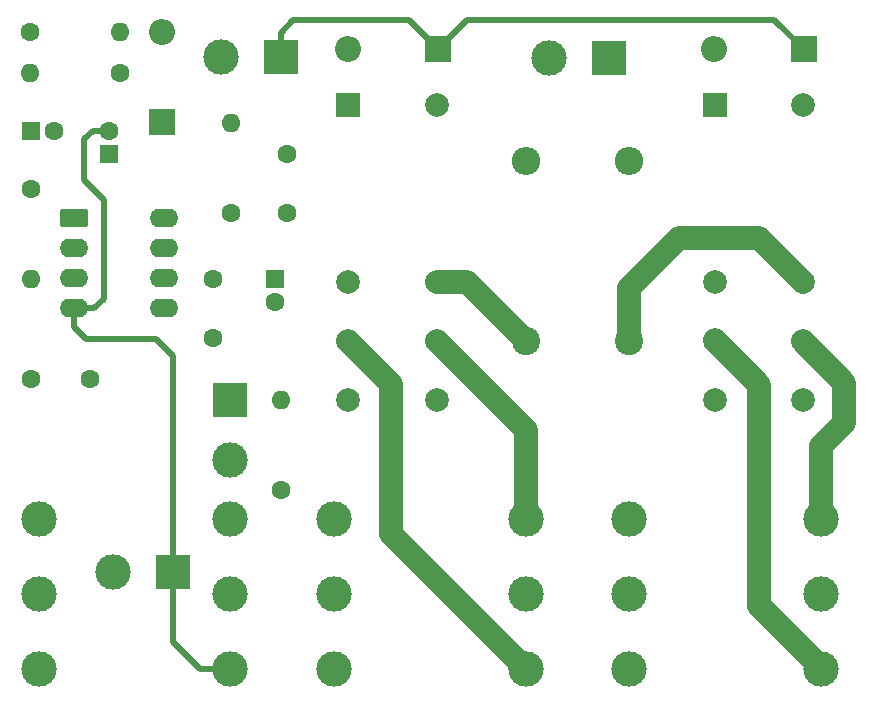
<source format=gbl>
%TF.GenerationSoftware,KiCad,Pcbnew,9.0.0+dfsg-1*%
%TF.CreationDate,2025-03-17T16:09:55+01:00*%
%TF.ProjectId,relays-array-2,72656c61-7973-42d6-9172-7261792d322e,1.0*%
%TF.SameCoordinates,Original*%
%TF.FileFunction,Copper,L2,Bot*%
%TF.FilePolarity,Positive*%
%FSLAX46Y46*%
G04 Gerber Fmt 4.6, Leading zero omitted, Abs format (unit mm)*
G04 Created by KiCad (PCBNEW 9.0.0+dfsg-1) date 2025-03-17 16:09:55*
%MOMM*%
%LPD*%
G01*
G04 APERTURE LIST*
G04 Aperture macros list*
%AMRoundRect*
0 Rectangle with rounded corners*
0 $1 Rounding radius*
0 $2 $3 $4 $5 $6 $7 $8 $9 X,Y pos of 4 corners*
0 Add a 4 corners polygon primitive as box body*
4,1,4,$2,$3,$4,$5,$6,$7,$8,$9,$2,$3,0*
0 Add four circle primitives for the rounded corners*
1,1,$1+$1,$2,$3*
1,1,$1+$1,$4,$5*
1,1,$1+$1,$6,$7*
1,1,$1+$1,$8,$9*
0 Add four rect primitives between the rounded corners*
20,1,$1+$1,$2,$3,$4,$5,0*
20,1,$1+$1,$4,$5,$6,$7,0*
20,1,$1+$1,$6,$7,$8,$9,0*
20,1,$1+$1,$8,$9,$2,$3,0*%
G04 Aperture macros list end*
%TA.AperFunction,ComponentPad*%
%ADD10R,3.000000X3.000000*%
%TD*%
%TA.AperFunction,ComponentPad*%
%ADD11C,3.000000*%
%TD*%
%TA.AperFunction,ComponentPad*%
%ADD12R,2.200000X2.200000*%
%TD*%
%TA.AperFunction,ComponentPad*%
%ADD13O,2.200000X2.200000*%
%TD*%
%TA.AperFunction,ComponentPad*%
%ADD14C,1.600000*%
%TD*%
%TA.AperFunction,ComponentPad*%
%ADD15O,1.600000X1.600000*%
%TD*%
%TA.AperFunction,ComponentPad*%
%ADD16R,1.600000X1.600000*%
%TD*%
%TA.AperFunction,ComponentPad*%
%ADD17C,2.400000*%
%TD*%
%TA.AperFunction,ComponentPad*%
%ADD18O,2.400000X2.400000*%
%TD*%
%TA.AperFunction,ComponentPad*%
%ADD19C,2.000000*%
%TD*%
%TA.AperFunction,ComponentPad*%
%ADD20R,2.000000X2.000000*%
%TD*%
%TA.AperFunction,ComponentPad*%
%ADD21RoundRect,0.250000X-0.950000X-0.550000X0.950000X-0.550000X0.950000X0.550000X-0.950000X0.550000X0*%
%TD*%
%TA.AperFunction,ComponentPad*%
%ADD22O,2.400000X1.600000*%
%TD*%
%TA.AperFunction,Conductor*%
%ADD23C,0.500000*%
%TD*%
%TA.AperFunction,Conductor*%
%ADD24C,2.000000*%
%TD*%
G04 APERTURE END LIST*
D10*
%TO.P,J16,1,Pin_1*%
%TO.N,GND*%
X50180000Y-114500000D03*
D11*
%TO.P,J16,2,Pin_2*%
%TO.N,Net-(J16-Pin_2)*%
X45100000Y-114500000D03*
%TD*%
D12*
%TO.P,D2,1,K*%
%TO.N,+12V*%
X103560000Y-70250000D03*
D13*
%TO.P,D2,2,A*%
%TO.N,Net-(D2-A)*%
X95940000Y-70250000D03*
%TD*%
D14*
%TO.P,C2,1*%
%TO.N,Net-(U1-+)*%
X38100000Y-98200000D03*
%TO.P,C2,2*%
%TO.N,Net-(J16-Pin_2)*%
X43100000Y-98200000D03*
%TD*%
%TO.P,R13,1*%
%TO.N,VCC*%
X55100000Y-84100000D03*
D15*
%TO.P,R13,2*%
%TO.N,+12V*%
X55100000Y-76480000D03*
%TD*%
D16*
%TO.P,C8,1*%
%TO.N,Net-(U1--)*%
X58800000Y-89700000D03*
D14*
%TO.P,C8,2*%
%TO.N,/SIGNAL*%
X58800000Y-91700000D03*
%TD*%
D11*
%TO.P,J2,R*%
%TO.N,unconnected-(J2-PadR)*%
X105000000Y-116350000D03*
%TO.P,J2,RN*%
%TO.N,unconnected-(J2-PadRN)*%
X88770000Y-116350000D03*
%TO.P,J2,S*%
%TO.N,Net-(J2-PadS)*%
X105000000Y-122700000D03*
%TO.P,J2,SN*%
%TO.N,unconnected-(J2-PadSN)*%
X88770000Y-122700000D03*
%TO.P,J2,T*%
%TO.N,Net-(J2-PadT)*%
X105000000Y-110000000D03*
%TO.P,J2,TN*%
%TO.N,unconnected-(J2-PadTN)*%
X88770000Y-110000000D03*
%TD*%
D16*
%TO.P,C10,1*%
%TO.N,GNDS*%
X38100000Y-77200000D03*
D14*
%TO.P,C10,2*%
%TO.N,GND*%
X40100000Y-77200000D03*
%TD*%
D12*
%TO.P,D9,1,K*%
%TO.N,+12V*%
X49200000Y-76410000D03*
D13*
%TO.P,D9,2,A*%
%TO.N,GND*%
X49200000Y-68790000D03*
%TD*%
D11*
%TO.P,J14,R*%
%TO.N,unconnected-(J14-PadR)*%
X55000000Y-116350000D03*
%TO.P,J14,RN*%
%TO.N,unconnected-(J14-PadRN)*%
X38770000Y-116350000D03*
%TO.P,J14,S*%
%TO.N,GND*%
X55000000Y-122700000D03*
%TO.P,J14,SN*%
%TO.N,unconnected-(J14-PadSN)*%
X38770000Y-122700000D03*
%TO.P,J14,T*%
%TO.N,Net-(J16-Pin_2)*%
X55000000Y-110000000D03*
%TO.P,J14,TN*%
%TO.N,unconnected-(J14-PadTN)*%
X38770000Y-110000000D03*
%TD*%
D17*
%TO.P,R2,1*%
%TO.N,Net-(JP2-B)*%
X88750000Y-95000000D03*
D18*
%TO.P,R2,2*%
%TO.N,Net-(JP2-A)*%
X88750000Y-79760000D03*
%TD*%
D19*
%TO.P,K1,11*%
%TO.N,Net-(J1-PadS)*%
X65000000Y-95000000D03*
%TO.P,K1,12*%
%TO.N,Net-(JP3-A)*%
X65000000Y-90000000D03*
%TO.P,K1,14*%
%TO.N,/SIGNAL*%
X65000000Y-100000000D03*
%TO.P,K1,21*%
%TO.N,Net-(J1-PadT)*%
X72500000Y-95000000D03*
%TO.P,K1,22*%
%TO.N,Net-(JP3-B)*%
X72500000Y-90000000D03*
%TO.P,K1,24*%
%TO.N,GND*%
X72500000Y-100000000D03*
D20*
%TO.P,K1,A1*%
%TO.N,Net-(D1-A)*%
X65000000Y-75000000D03*
D19*
%TO.P,K1,A2*%
%TO.N,+12V*%
X72500000Y-75000000D03*
%TD*%
D12*
%TO.P,D1,1,K*%
%TO.N,+12V*%
X72560000Y-70250000D03*
D13*
%TO.P,D1,2,A*%
%TO.N,Net-(D1-A)*%
X64940000Y-70250000D03*
%TD*%
D14*
%TO.P,R16,1*%
%TO.N,GNDS*%
X38100000Y-82080000D03*
D15*
%TO.P,R16,2*%
%TO.N,Net-(U1-+)*%
X38100000Y-89700000D03*
%TD*%
D11*
%TO.P,J1,R*%
%TO.N,unconnected-(J1-PadR)*%
X80000000Y-116350000D03*
%TO.P,J1,RN*%
%TO.N,unconnected-(J1-PadRN)*%
X63770000Y-116350000D03*
%TO.P,J1,S*%
%TO.N,Net-(J1-PadS)*%
X80000000Y-122700000D03*
%TO.P,J1,SN*%
%TO.N,unconnected-(J1-PadSN)*%
X63770000Y-122700000D03*
%TO.P,J1,T*%
%TO.N,Net-(J1-PadT)*%
X80000000Y-110000000D03*
%TO.P,J1,TN*%
%TO.N,unconnected-(J1-PadTN)*%
X63770000Y-110000000D03*
%TD*%
D19*
%TO.P,K2,11*%
%TO.N,Net-(J2-PadS)*%
X96000000Y-95000000D03*
%TO.P,K2,12*%
%TO.N,Net-(JP2-A)*%
X96000000Y-90000000D03*
%TO.P,K2,14*%
%TO.N,/SIGNAL*%
X96000000Y-100000000D03*
%TO.P,K2,21*%
%TO.N,Net-(J2-PadT)*%
X103500000Y-95000000D03*
%TO.P,K2,22*%
%TO.N,Net-(JP2-B)*%
X103500000Y-90000000D03*
%TO.P,K2,24*%
%TO.N,GND*%
X103500000Y-100000000D03*
D20*
%TO.P,K2,A1*%
%TO.N,Net-(D2-A)*%
X96000000Y-75000000D03*
D19*
%TO.P,K2,A2*%
%TO.N,+12V*%
X103500000Y-75000000D03*
%TD*%
D14*
%TO.P,R9,1*%
%TO.N,GND*%
X59300000Y-107600000D03*
D15*
%TO.P,R9,2*%
%TO.N,/SIGNAL*%
X59300000Y-99980000D03*
%TD*%
D14*
%TO.P,C1,1*%
%TO.N,/SIGNAL*%
X53500000Y-94700000D03*
%TO.P,C1,2*%
%TO.N,Net-(U1--)*%
X53500000Y-89700000D03*
%TD*%
D17*
%TO.P,R1,1*%
%TO.N,Net-(JP3-B)*%
X80000000Y-95000000D03*
D18*
%TO.P,R1,2*%
%TO.N,Net-(JP3-A)*%
X80000000Y-79760000D03*
%TD*%
D14*
%TO.P,R15,1*%
%TO.N,GNDS*%
X38080000Y-68800000D03*
D15*
%TO.P,R15,2*%
%TO.N,GND*%
X45700000Y-68800000D03*
%TD*%
D10*
%TO.P,J3,1,Pin_1*%
%TO.N,Net-(D2-A)*%
X87040000Y-71000000D03*
D11*
%TO.P,J3,2,Pin_2*%
%TO.N,Net-(D1-A)*%
X81960000Y-71000000D03*
%TD*%
D21*
%TO.P,U1,1,VOS*%
%TO.N,unconnected-(U1-VOS-Pad1)*%
X41790000Y-84590000D03*
D22*
%TO.P,U1,2,-*%
%TO.N,Net-(U1--)*%
X41790000Y-87130000D03*
%TO.P,U1,3,+*%
%TO.N,Net-(U1-+)*%
X41790000Y-89670000D03*
%TO.P,U1,4,V-*%
%TO.N,GND*%
X41790000Y-92210000D03*
%TO.P,U1,5,NC*%
%TO.N,unconnected-(U1-NC-Pad5)*%
X49410000Y-92210000D03*
%TO.P,U1,6*%
%TO.N,Net-(U1--)*%
X49410000Y-89670000D03*
%TO.P,U1,7,V+*%
%TO.N,VCC*%
X49410000Y-87130000D03*
%TO.P,U1,8,VOS*%
%TO.N,unconnected-(U1-VOS-Pad8)*%
X49410000Y-84590000D03*
%TD*%
D10*
%TO.P,J15,1,Pin_1*%
%TO.N,/SIGNAL*%
X55000000Y-100000000D03*
D11*
%TO.P,J15,2,Pin_2*%
%TO.N,GND*%
X55000000Y-105080000D03*
%TD*%
D14*
%TO.P,R14,1*%
%TO.N,+12V*%
X45700000Y-72300000D03*
D15*
%TO.P,R14,2*%
%TO.N,GNDS*%
X38080000Y-72300000D03*
%TD*%
D16*
%TO.P,C7,1*%
%TO.N,VCC*%
X44700000Y-79155113D03*
D14*
%TO.P,C7,2*%
%TO.N,GND*%
X44700000Y-77155113D03*
%TD*%
%TO.P,C3,1*%
%TO.N,VCC*%
X59800000Y-84100000D03*
%TO.P,C3,2*%
%TO.N,GND*%
X59800000Y-79100000D03*
%TD*%
D10*
%TO.P,J10,1,Pin_1*%
%TO.N,+12V*%
X59280000Y-70900000D03*
D11*
%TO.P,J10,2,Pin_2*%
%TO.N,GND*%
X54200000Y-70900000D03*
%TD*%
D23*
%TO.N,+12V*%
X60350000Y-67800000D02*
X70110000Y-67800000D01*
X59280000Y-70900000D02*
X59280000Y-68870000D01*
X70110000Y-67800000D02*
X72560000Y-70250000D01*
X72560000Y-70250000D02*
X75060000Y-67750000D01*
X75060000Y-67750000D02*
X101060000Y-67750000D01*
X59280000Y-68870000D02*
X60350000Y-67800000D01*
X101060000Y-67750000D02*
X103560000Y-70250000D01*
D24*
%TO.N,Net-(J1-PadS)*%
X80000000Y-122700000D02*
X68600000Y-111300000D01*
X68600000Y-98600000D02*
X65000000Y-95000000D01*
X68600000Y-111300000D02*
X68600000Y-98600000D01*
%TO.N,Net-(J1-PadT)*%
X72500000Y-95000000D02*
X80000000Y-102500000D01*
X80000000Y-102500000D02*
X80000000Y-110000000D01*
%TO.N,Net-(J2-PadS)*%
X99800000Y-117400000D02*
X99800000Y-98700000D01*
X99800000Y-98700000D02*
X96000000Y-94900000D01*
X105000000Y-122600000D02*
X99800000Y-117400000D01*
%TO.N,Net-(J2-PadT)*%
X105000000Y-110000000D02*
X105000000Y-103900000D01*
X107000000Y-101900000D02*
X107000000Y-98500000D01*
X107000000Y-98500000D02*
X103500000Y-95000000D01*
X105000000Y-103900000D02*
X107000000Y-101900000D01*
D23*
%TO.N,GND*%
X50180000Y-120480000D02*
X50180000Y-114500000D01*
X43490000Y-92210000D02*
X44300000Y-91400000D01*
X50180000Y-114500000D02*
X50180000Y-96280000D01*
X55000000Y-122700000D02*
X52400000Y-122700000D01*
X43344887Y-77155113D02*
X44700000Y-77155113D01*
X52400000Y-122700000D02*
X50180000Y-120480000D01*
X42600000Y-77900000D02*
X43344887Y-77155113D01*
X44300000Y-91400000D02*
X44300000Y-83000000D01*
X44300000Y-83000000D02*
X42600000Y-81300000D01*
X42800000Y-94800000D02*
X41790000Y-93790000D01*
X50180000Y-96280000D02*
X48700000Y-94800000D01*
X48700000Y-94800000D02*
X42800000Y-94800000D01*
X41790000Y-92210000D02*
X43490000Y-92210000D01*
X42600000Y-81300000D02*
X42600000Y-77900000D01*
X41790000Y-93790000D02*
X41790000Y-92210000D01*
D24*
%TO.N,Net-(JP2-B)*%
X93000000Y-86250000D02*
X99750000Y-86250000D01*
X88750000Y-95000000D02*
X88750000Y-90500000D01*
X88750000Y-90500000D02*
X93000000Y-86250000D01*
X99750000Y-86250000D02*
X103500000Y-90000000D01*
%TO.N,Net-(JP3-B)*%
X72500000Y-90000000D02*
X75000000Y-90000000D01*
X75000000Y-90000000D02*
X80000000Y-95000000D01*
%TD*%
M02*

</source>
